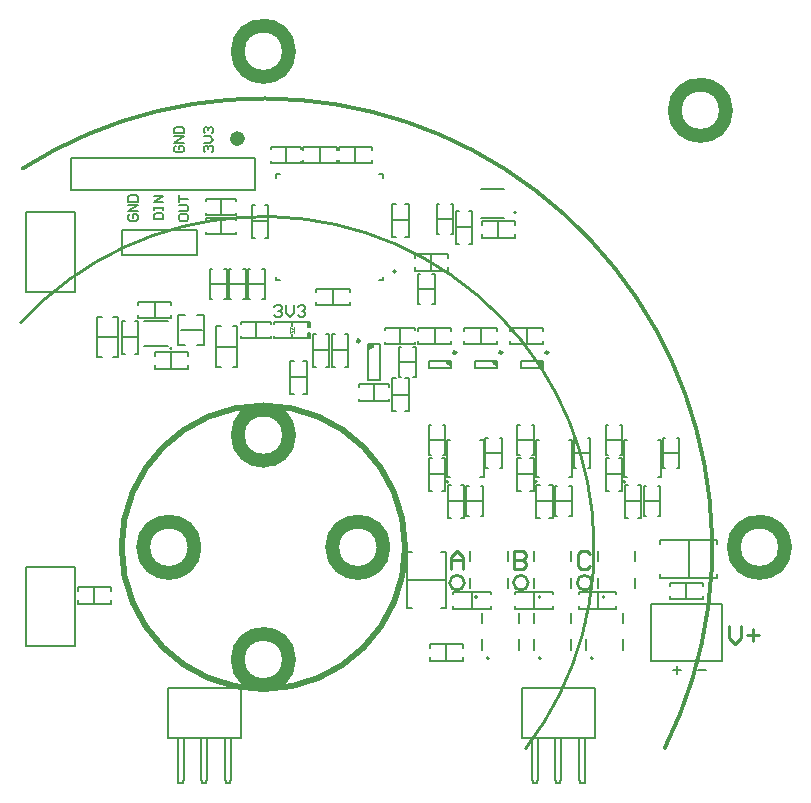
<source format=gto>
G04*
G04 #@! TF.GenerationSoftware,Altium Limited,Altium Designer,24.4.1 (13)*
G04*
G04 Layer_Color=65535*
%FSLAX44Y44*%
%MOMM*%
G71*
G04*
G04 #@! TF.SameCoordinates,1D3D786A-4C35-496E-9A10-02EDD5D57B8C*
G04*
G04*
G04 #@! TF.FilePolarity,Positive*
G04*
G01*
G75*
%ADD10C,0.2500*%
%ADD11C,0.7120*%
%ADD12C,0.2540*%
%ADD13C,0.3000*%
%ADD14C,0.2000*%
%ADD15C,1.1500*%
%ADD16C,0.5000*%
%ADD17C,0.1500*%
%ADD18C,0.1270*%
%ADD19C,0.1000*%
%ADD20C,0.1530*%
%ADD21C,0.1600*%
G36*
X88875Y172500D02*
X93875D01*
Y171000D01*
X90875Y168000D01*
X88875D01*
Y172500D01*
D02*
G37*
G36*
X159000Y158000D02*
X155000D01*
Y157204D01*
X155609Y155734D01*
X156734Y154609D01*
X158204Y154000D01*
X159000D01*
D01*
X159000Y158000D01*
D02*
G37*
G36*
X198000D02*
X194000D01*
Y157204D01*
X194609Y155734D01*
X195734Y154609D01*
X197204Y154000D01*
X198000D01*
D01*
X198000Y158000D01*
D02*
G37*
G36*
X237000D02*
X233000D01*
Y157204D01*
X233609Y155734D01*
X234734Y154609D01*
X236204Y154000D01*
X237000D01*
D01*
X237000Y158000D01*
D02*
G37*
D10*
X-78315Y168495D02*
G03*
X-78315Y168495I-100J0D01*
G01*
X81625Y174750D02*
G03*
X81625Y174750I-1250J0D01*
G01*
X241250Y165000D02*
G03*
X241250Y165000I-1250J0D01*
G01*
X202250D02*
G03*
X202250Y165000I-1250J0D01*
G01*
X163250D02*
G03*
X163250Y165000I-1250J0D01*
G01*
D11*
X-19000Y346000D02*
G03*
X-19000Y346000I-3000J0D01*
G01*
D12*
X222082Y-170527D02*
G03*
X-205324Y190373I-222082J170527D01*
G01*
X170238Y-30000D02*
G03*
X170238Y-30000I-6238J0D01*
G01*
X278238D02*
G03*
X278238Y-30000I-6238J0D01*
G01*
X224238D02*
G03*
X224238Y-30000I-6238J0D01*
G01*
X394540Y-66225D02*
Y-76382D01*
X399618Y-81460D01*
X404697Y-76382D01*
Y-66225D01*
X409775Y-73843D02*
X419932D01*
X414853Y-68764D02*
Y-78921D01*
X212540Y-3225D02*
Y-18460D01*
X220158D01*
X222697Y-15921D01*
Y-13382D01*
X220158Y-10842D01*
X212540D01*
X220158D01*
X222697Y-8303D01*
Y-5764D01*
X220158Y-3225D01*
X212540D01*
X276697Y-5764D02*
X274158Y-3225D01*
X269079D01*
X266540Y-5764D01*
Y-15921D01*
X269079Y-18460D01*
X274158D01*
X276697Y-15921D01*
X158540Y-18460D02*
Y-8303D01*
X163618Y-3225D01*
X168697Y-8303D01*
Y-18460D01*
Y-10842D01*
X158540D01*
D13*
X339882Y-169941D02*
G03*
X-203819Y320715I-339882J169941D01*
G01*
D14*
X89375Y168000D02*
G03*
X93875Y172500I0J4500D01*
G01*
X156700Y55500D02*
G03*
X156700Y55500I-1000J0D01*
G01*
X306700D02*
G03*
X306700Y55500I-1000J0D01*
G01*
X231700D02*
G03*
X231700Y55500I-1000J0D01*
G01*
X233000Y158000D02*
G03*
X236602Y154020I4000J0D01*
G01*
X279000Y-94000D02*
G03*
X279000Y-94000I-1000J0D01*
G01*
X235000Y-94000D02*
G03*
X235000Y-94000I-1000J0D01*
G01*
X191000Y-94000D02*
G03*
X191000Y-94000I-1000J0D01*
G01*
X289000Y-42000D02*
G03*
X289000Y-42000I-1000J0D01*
G01*
X235000Y-42000D02*
G03*
X235000Y-42000I-1000J0D01*
G01*
X181000Y-42000D02*
G03*
X181000Y-42000I-1000J0D01*
G01*
X214250Y283500D02*
G03*
X214250Y283500I-1000J0D01*
G01*
X111950Y233500D02*
G03*
X111950Y233500I-1000J0D01*
G01*
D02*
G03*
X111950Y233500I-1000J0D01*
G01*
X194000Y158000D02*
G03*
X197602Y154020I4000J0D01*
G01*
X155000Y158000D02*
G03*
X158602Y154020I4000J0D01*
G01*
X-120000Y268750D02*
X-56000D01*
Y247250D02*
Y268750D01*
X-120000Y247250D02*
X-56000D01*
X-120000D02*
Y268750D01*
X-101115Y170695D02*
X-81115D01*
X-101115Y191695D02*
X-81115D01*
X328000Y-96000D02*
X388000D01*
X328000D02*
Y-48000D01*
X388000D01*
Y-96000D02*
Y-48000D01*
X-162700Y302550D02*
Y329450D01*
Y302550D02*
X-7300D01*
Y329450D01*
X-162700D02*
X-7300D01*
X88875Y168000D02*
X89375D01*
X88875Y172500D02*
X98875D01*
X88875Y141500D02*
X98875D01*
X88875D02*
Y172500D01*
X98875Y141500D02*
Y172500D01*
X218000Y152000D02*
X236602D01*
X218000Y158000D02*
X236602D01*
X218000Y152000D02*
Y158000D01*
X236602Y152000D02*
Y158000D01*
X-201250Y-83500D02*
X-159750D01*
Y-16500D01*
X-201250D02*
X-159750D01*
X-201250Y-83500D02*
Y-16500D01*
Y216500D02*
X-159750D01*
Y283500D01*
X-201250D02*
X-159750D01*
X-201250Y216500D02*
Y283500D01*
X219000Y-161300D02*
Y-119300D01*
Y-161300D02*
X281000D01*
Y-119300D01*
X219000D02*
X281000D01*
X232505Y-195318D02*
Y-161318D01*
X247000Y-195300D02*
Y-161300D01*
X252000Y-195300D02*
Y-161300D01*
X267656Y-195373D02*
Y-161373D01*
X272656Y-195373D02*
Y-161373D01*
X272001Y-199300D02*
X272656Y-195373D01*
X268310Y-199300D02*
X272001D01*
X267656Y-195373D02*
X268310Y-199300D01*
X231841D02*
X232505Y-195318D01*
X228169Y-199300D02*
X231841D01*
X227505Y-195318D02*
Y-161318D01*
Y-195318D02*
X228169Y-199300D01*
X251333D02*
X252000Y-195300D01*
X247000Y-195300D02*
X247667Y-199300D01*
X251333D01*
X-81000Y-161300D02*
Y-119300D01*
Y-161300D02*
X-19000D01*
Y-119300D01*
X-81000D02*
X-19000D01*
X-67495Y-195318D02*
Y-161318D01*
X-53000Y-195300D02*
Y-161300D01*
X-48000Y-195300D02*
Y-161300D01*
X-32344Y-195373D02*
Y-161373D01*
X-27344Y-195373D02*
Y-161373D01*
X-27999Y-199300D02*
X-27344Y-195373D01*
X-31690Y-199300D02*
X-27999D01*
X-32344Y-195373D02*
X-31690Y-199300D01*
X-68159D02*
X-67495Y-195318D01*
X-71831Y-199300D02*
X-68159D01*
X-72495Y-195318D02*
Y-161318D01*
Y-195318D02*
X-71831Y-199300D01*
X-48667D02*
X-48000Y-195300D01*
X-53000Y-195300D02*
X-52333Y-199300D01*
X-48667D01*
X197602Y152000D02*
Y158000D01*
X179000Y152000D02*
Y158000D01*
X197602D01*
X179000Y152000D02*
X197602D01*
X158602D02*
Y158000D01*
X140000Y152000D02*
Y158000D01*
X158602D01*
X140000Y152000D02*
X158602D01*
X9000Y203331D02*
X10666Y204997D01*
X13998D01*
X15664Y203331D01*
Y201665D01*
X13998Y199998D01*
X12332D01*
X13998D01*
X15664Y198332D01*
Y196666D01*
X13998Y195000D01*
X10666D01*
X9000Y196666D01*
X18997Y204997D02*
Y198332D01*
X22329Y195000D01*
X25661Y198332D01*
Y204997D01*
X28994Y203331D02*
X30660Y204997D01*
X33992D01*
X35658Y203331D01*
Y201665D01*
X33992Y199998D01*
X32326D01*
X33992D01*
X35658Y198332D01*
Y196666D01*
X33992Y195000D01*
X30660D01*
X28994Y196666D01*
D15*
X21750Y420000D02*
G03*
X21750Y420000I-21750J0D01*
G01*
X391750Y370000D02*
G03*
X391750Y370000I-21750J0D01*
G01*
X441750Y-0D02*
G03*
X441750Y-0I-21750J0D01*
G01*
X21750Y-95000D02*
G03*
X21750Y-95000I-21750J0D01*
G01*
X101750Y-0D02*
G03*
X101750Y-0I-21750J0D01*
G01*
X-58250D02*
G03*
X-58250Y-0I-21750J0D01*
G01*
X21750Y95000D02*
G03*
X21750Y95000I-21750J0D01*
G01*
D16*
X120000Y-0D02*
G03*
X120000Y-0I-120000J0D01*
G01*
D17*
X-40000Y170000D02*
X-22000D01*
X-40000Y187000D02*
X-36000D01*
X-40000Y153000D02*
Y187000D01*
Y153000D02*
X-36000D01*
X-26000D02*
X-22000D01*
Y187000D01*
X-26000D02*
X-22000D01*
X-106000Y194000D02*
Y197000D01*
Y194000D02*
X-78000D01*
Y197000D01*
Y205000D02*
Y208000D01*
X-106000D02*
X-78000D01*
X-106000Y205000D02*
Y208000D01*
X-92000Y194000D02*
Y208000D01*
X-141000Y178000D02*
X-123000D01*
X-141000Y195000D02*
X-137000D01*
X-141000Y161000D02*
Y195000D01*
Y161000D02*
X-137000D01*
X-127000D02*
X-123000D01*
Y195000D01*
X-127000D02*
X-123000D01*
X383750Y-26250D02*
Y-22500D01*
X336250Y-26250D02*
X383750D01*
X336250D02*
Y-22500D01*
Y2500D02*
Y6250D01*
X383750D01*
Y2500D02*
Y6250D01*
X360000Y-26250D02*
Y6250D01*
X121750Y-51750D02*
X125500D01*
X121750D02*
Y-4250D01*
X125500D01*
X150500D02*
X154250D01*
Y-51750D02*
Y-4250D01*
X150500Y-51750D02*
X154250D01*
X121750Y-28000D02*
X154250D01*
X-32920Y210300D02*
X-31000Y210300D01*
Y235700D01*
X-32920D02*
X-31000D01*
X-45000D02*
X-43080Y235700D01*
X-45000Y235700D02*
X-45000Y210300D01*
X-43080D01*
X-45000Y223000D02*
X-31000D01*
X-920Y210300D02*
X1000D01*
Y235700D01*
X-920Y235700D02*
X1000Y235700D01*
X-13000Y235700D02*
X-11080D01*
X-13000Y210300D02*
Y235700D01*
Y210300D02*
X-11080D01*
X-13000Y223000D02*
X1000D01*
X103300Y172000D02*
Y173920D01*
Y172000D02*
X128700D01*
Y173920D01*
Y184080D02*
Y186000D01*
X103300D02*
X128700D01*
X103300Y184080D02*
Y186000D01*
X116000Y172000D02*
Y186000D01*
X167000Y25000D02*
X170000D01*
Y53000D01*
X167000D02*
X170000D01*
X156000D02*
X159000D01*
X156000Y25000D02*
Y53000D01*
Y25000D02*
X159000D01*
X156000Y39000D02*
X170000D01*
X140000Y103700D02*
X141920D01*
X140000Y78300D02*
Y103700D01*
Y78300D02*
X141920D01*
X152080D02*
X154000D01*
Y103700D01*
X152080D02*
X154000D01*
X140000Y91000D02*
X154000D01*
X172000Y51700D02*
X173920D01*
X172000Y26300D02*
Y51700D01*
Y26300D02*
X173920D01*
X184080D02*
X186000D01*
Y51700D01*
X184080D02*
X186000D01*
X172000Y39000D02*
X186000D01*
X188000Y92700D02*
X189920D01*
X188000Y67300D02*
Y92700D01*
Y67300D02*
X189920D01*
X200080D02*
X202000D01*
Y92700D01*
X200080D02*
X202000D01*
X188000Y80000D02*
X202000D01*
X140000Y76000D02*
X143000D01*
X140000Y48000D02*
Y76000D01*
Y48000D02*
X143000D01*
X151000D02*
X154000D01*
Y76000D01*
X151000D02*
X154000D01*
X140000Y62000D02*
X154000D01*
X290000Y76000D02*
X293000D01*
X290000Y48000D02*
Y76000D01*
Y48000D02*
X293000D01*
X301000D02*
X304000D01*
Y76000D01*
X301000D02*
X304000D01*
X290000Y62000D02*
X304000D01*
X316999Y25000D02*
X320000D01*
Y53000D01*
X316999D02*
X320000D01*
X306000D02*
X309000D01*
X306000Y25000D02*
Y53000D01*
Y25000D02*
X309000D01*
X306000Y39000D02*
X320000D01*
X338000Y92700D02*
X339920D01*
X338000Y67300D02*
Y92700D01*
Y67300D02*
X339920D01*
X350080D02*
X352000D01*
Y92700D01*
X350080D02*
X352000D01*
X338000Y80000D02*
X352000D01*
X322000Y51700D02*
X323920D01*
X322000Y26300D02*
Y51700D01*
Y26300D02*
X323920D01*
X334080D02*
X336000D01*
Y51700D01*
X334080D02*
X336000D01*
X322000Y39000D02*
X336000D01*
X290000Y103700D02*
X291920D01*
X290000Y78300D02*
Y103700D01*
Y78300D02*
X291920D01*
X302080D02*
X304000D01*
Y103700D01*
X302080D02*
X304000D01*
X290000Y91000D02*
X304000D01*
X215000Y103700D02*
X216920D01*
X215000Y78300D02*
Y103700D01*
Y78300D02*
X216920D01*
X227080D02*
X229000D01*
Y103700D01*
X227080D02*
X229000D01*
X215000Y91000D02*
X229000D01*
X247000Y51700D02*
X248920D01*
X247000Y26300D02*
Y51700D01*
Y26300D02*
X248920D01*
X259080D02*
X261000D01*
Y51700D01*
X259080D02*
X261000D01*
X247000Y39000D02*
X261000D01*
X242000Y25000D02*
X245000D01*
Y53000D01*
X242000D02*
X245000D01*
X231000D02*
X234000D01*
X231000Y25000D02*
Y53000D01*
Y25000D02*
X234000D01*
X231000Y39000D02*
X245000D01*
X6300Y325000D02*
Y326920D01*
Y325000D02*
X31700D01*
Y326920D01*
Y337080D02*
Y339000D01*
X6300D02*
X31700D01*
X6300Y337080D02*
Y339000D01*
X19000Y325000D02*
Y339000D01*
X59000Y205000D02*
Y219000D01*
X73000Y205000D02*
Y208000D01*
X45000Y205000D02*
X73000D01*
X45000D02*
Y208000D01*
Y216000D02*
Y219000D01*
X73000D01*
Y216000D02*
Y219000D01*
X213000Y273000D02*
Y276000D01*
X185000D02*
X213000D01*
X185000Y273000D02*
Y276000D01*
Y262000D02*
Y265000D01*
Y262000D02*
X213000D01*
Y265000D01*
X199000Y262000D02*
Y276000D01*
X174000Y257000D02*
X177000D01*
Y285000D01*
X174000D02*
X177000D01*
X163000D02*
X166000D01*
X163000Y257000D02*
Y285000D01*
Y257000D02*
X166000D01*
X163000Y271000D02*
X177000D01*
X147000Y290700D02*
X148920D01*
X147000Y265300D02*
Y290700D01*
Y265300D02*
X148920D01*
X159080D02*
X161000D01*
Y290700D01*
X159080D02*
X161000D01*
X147000Y278000D02*
X161000D01*
X-10000Y276000D02*
X4000D01*
X1000Y290000D02*
X4000D01*
Y262000D02*
Y290000D01*
X1000Y262000D02*
X4000D01*
X-10000D02*
X-7000D01*
X-10000D02*
Y290000D01*
X-7000D01*
X344000Y-44000D02*
Y-41000D01*
Y-44000D02*
X372000D01*
Y-41000D01*
Y-33000D02*
Y-30000D01*
X344000D02*
X372000D01*
X344000Y-33000D02*
Y-30000D01*
X358000Y-44000D02*
Y-30000D01*
X-120000Y192000D02*
X-117000D01*
X-120000Y164000D02*
Y192000D01*
Y164000D02*
X-117000D01*
X-109000D02*
X-106000D01*
Y192000D01*
X-109000D02*
X-106000D01*
X-120000Y178000D02*
X-106000D01*
X-143000Y-48000D02*
Y-34000D01*
X-129000Y-48000D02*
Y-45000D01*
X-157000Y-48000D02*
X-129000D01*
X-157000D02*
Y-45000D01*
Y-37000D02*
Y-34000D01*
X-129000D01*
Y-37000D02*
Y-34000D01*
X177000Y-52000D02*
Y-38000D01*
X193000Y-52000D02*
Y-50080D01*
X161000Y-52000D02*
X193000D01*
X161000D02*
Y-50080D01*
Y-39920D02*
Y-38000D01*
X193000D01*
Y-39920D02*
Y-38000D01*
X215000Y62000D02*
X229000D01*
X226000Y76000D02*
X229000D01*
Y48000D02*
Y76000D01*
X226000Y48000D02*
X229000D01*
X215000D02*
X218000D01*
X215000D02*
Y76000D01*
X218000D01*
X263000Y80000D02*
X277000D01*
X275080Y92700D02*
X277000D01*
Y67300D02*
Y92700D01*
X275080Y67300D02*
X277000D01*
X263000D02*
X264920D01*
X263000D02*
Y92700D01*
X264920D01*
X141000Y-93000D02*
X141000Y-96000D01*
X169000Y-96000D01*
X169000Y-93000D01*
Y-85000D02*
Y-82000D01*
X141000D02*
X169000D01*
X141000Y-85000D02*
Y-82000D01*
X155000Y-96000D02*
X155000Y-82000D01*
X283000Y-52000D02*
Y-38000D01*
X299000Y-52000D02*
Y-50080D01*
X267000Y-52000D02*
X299000D01*
X267000D02*
Y-50080D01*
Y-39920D02*
Y-38000D01*
X299000D01*
Y-39920D02*
Y-38000D01*
X245000Y-39920D02*
Y-38000D01*
X213000D02*
X245000D01*
X213000Y-39920D02*
Y-38000D01*
Y-52000D02*
Y-50080D01*
Y-52000D02*
X245000D01*
Y-50080D01*
X229000Y-52000D02*
Y-38000D01*
X-48700Y281000D02*
Y282920D01*
Y281000D02*
X-23300D01*
Y282920D01*
Y293080D02*
Y295000D01*
X-48700D02*
X-23300D01*
X-48700Y293080D02*
Y295000D01*
X-36000Y281000D02*
Y295000D01*
X-48700Y265000D02*
Y266920D01*
Y265000D02*
X-23300D01*
Y266920D01*
Y277080D02*
Y279000D01*
X-48700D02*
X-23300D01*
X-48700Y277080D02*
Y279000D01*
X-36000Y265000D02*
Y279000D01*
X131000Y231700D02*
X132920D01*
X131000Y206300D02*
Y231700D01*
Y206300D02*
X132920D01*
X143080D02*
X145000D01*
Y231700D01*
X143080D02*
X145000D01*
X131000Y219000D02*
X145000D01*
X128000Y234000D02*
Y237000D01*
Y234000D02*
X156000D01*
Y237000D01*
Y245000D02*
Y248000D01*
X128000D02*
X156000D01*
X128000Y245000D02*
Y248000D01*
X142000Y234000D02*
Y248000D01*
X-29000Y223000D02*
X-15000D01*
X-16920Y235700D02*
X-15000D01*
Y210300D02*
Y235700D01*
X-16920Y210300D02*
X-15000D01*
X-29000D02*
X-27080D01*
X-29000D02*
Y235700D01*
X-27080D01*
X23000Y144000D02*
X37000D01*
X23000Y130000D02*
X26000D01*
X23000D02*
Y158000D01*
X26000D01*
X34000D02*
X37000D01*
Y130000D02*
Y158000D01*
X34000Y130000D02*
X37000D01*
X-6000Y177000D02*
Y191000D01*
X-18700Y189080D02*
Y191000D01*
X6700D01*
Y189080D02*
Y191000D01*
Y177000D02*
Y178920D01*
X-18700Y177000D02*
X6700D01*
X-18700D02*
Y178920D01*
X8760Y177000D02*
Y178920D01*
Y177000D02*
X39000D01*
X37970D02*
Y181460D01*
Y186540D02*
Y191000D01*
X8760D02*
X39000D01*
X8760Y189080D02*
Y191000D01*
X37970Y177000D02*
X39240D01*
Y181460D01*
X37970D02*
X39240D01*
X37970Y191000D02*
X39240D01*
Y186540D02*
Y191000D01*
X37970Y186540D02*
X39240D01*
X24000Y177000D02*
Y180500D01*
Y187500D02*
Y191000D01*
X34000Y325000D02*
Y328000D01*
Y325000D02*
X62000D01*
Y328000D01*
Y336000D02*
Y339000D01*
X34000D02*
X62000D01*
X34000Y336000D02*
Y339000D01*
X48000Y325000D02*
Y339000D01*
X109000Y291000D02*
X112000D01*
X109000Y263000D02*
Y291000D01*
Y263000D02*
X112000D01*
X120000D02*
X123000D01*
Y291000D01*
X120000D02*
X123000D01*
X109000Y277000D02*
X123000D01*
X92000Y336000D02*
Y339000D01*
X64000D02*
X92000D01*
X64000Y336000D02*
Y339000D01*
Y325000D02*
Y328000D01*
Y325000D02*
X92000D01*
Y328000D01*
X78000Y325000D02*
Y339000D01*
X127080Y144300D02*
X129000D01*
Y169700D01*
X127080D02*
X129000D01*
X115000D02*
X116920D01*
X115000Y144300D02*
Y169700D01*
Y144300D02*
X116920D01*
X115000Y157000D02*
X129000D01*
X58000Y181000D02*
X61000D01*
X58000Y153000D02*
Y181000D01*
Y153000D02*
X61000D01*
X69000D02*
X72000D01*
Y181000D01*
X69000D02*
X72000D01*
X58000Y167000D02*
X72000D01*
X53000Y153000D02*
X56000D01*
Y181000D01*
X53000D02*
X56000D01*
X42000D02*
X45000D01*
X42000Y153000D02*
Y181000D01*
Y153000D02*
X45000D01*
X42000Y167000D02*
X56000D01*
X120000Y115000D02*
X123000D01*
Y143000D01*
X120000D02*
X123000D01*
X109000D02*
X112000D01*
X109000Y115000D02*
Y143000D01*
Y115000D02*
X112000D01*
X109000Y129000D02*
X123000D01*
X80675Y124000D02*
Y125920D01*
Y124000D02*
X106075D01*
Y125920D01*
Y136080D02*
Y138000D01*
X80675D02*
X106075D01*
X80675Y136080D02*
Y138000D01*
X93375Y124000D02*
Y138000D01*
X237000Y183000D02*
Y186000D01*
X209000D02*
X237000D01*
X209000Y183000D02*
Y186000D01*
Y172000D02*
Y175000D01*
Y172000D02*
X237000D01*
Y175000D01*
X223000Y172000D02*
Y186000D01*
X198000Y183000D02*
Y186000D01*
X170000D02*
X198000D01*
X170000Y183000D02*
Y186000D01*
Y172000D02*
Y175000D01*
Y172000D02*
X198000D01*
Y175000D01*
X184000Y172000D02*
Y186000D01*
X159000Y183000D02*
Y186000D01*
X131000D02*
X159000D01*
X131000Y183000D02*
Y186000D01*
Y172000D02*
Y175000D01*
Y172000D02*
X159000D01*
Y175000D01*
X145000Y172000D02*
Y186000D01*
X-92000Y151000D02*
Y154000D01*
Y151000D02*
X-64000D01*
Y154000D01*
Y162000D02*
Y165000D01*
X-92000D02*
X-64000D01*
X-92000Y162000D02*
Y165000D01*
X-78000Y151000D02*
Y165000D01*
X-70000Y184000D02*
X-52000D01*
X-72000Y197000D02*
X-66000D01*
X-72000Y171000D02*
Y197000D01*
Y171000D02*
X-66000D01*
X-56000D02*
X-50000D01*
Y197000D01*
X-56000D02*
X-50000D01*
D18*
X186500Y59500D02*
Y90500D01*
X155500Y59500D02*
Y90500D01*
X183800Y59500D02*
X186500D01*
X183800Y90500D02*
X186500D01*
X155500Y59500D02*
X158200D01*
X155500Y90500D02*
X158200D01*
X336500Y59500D02*
Y90500D01*
X305500Y59500D02*
Y90500D01*
X333800Y59500D02*
X336500D01*
X333800Y90500D02*
X336500D01*
X305500Y59500D02*
X308200D01*
X305500Y90500D02*
X308200D01*
X261500Y59500D02*
Y90500D01*
X230500Y59500D02*
Y90500D01*
X258800Y59500D02*
X261500D01*
X258800Y90500D02*
X261500D01*
X230500Y59500D02*
X233200D01*
X230500Y90500D02*
X233200D01*
X304750Y-86750D02*
Y-78000D01*
Y-64000D02*
Y-55250D01*
X273250Y-64000D02*
Y-55250D01*
Y-86750D02*
Y-78000D01*
X260750Y-86750D02*
Y-78000D01*
Y-64000D02*
Y-55250D01*
X229250Y-64000D02*
Y-55250D01*
Y-86750D02*
Y-78000D01*
X216750Y-86750D02*
Y-78000D01*
Y-64000D02*
Y-55250D01*
X185250Y-64000D02*
Y-55250D01*
Y-86750D02*
Y-78000D01*
X314750Y-34750D02*
Y-26000D01*
Y-12000D02*
Y-3250D01*
X283250Y-12000D02*
Y-3250D01*
Y-34750D02*
Y-26000D01*
X260750Y-34750D02*
Y-26000D01*
Y-12000D02*
Y-3250D01*
X229250Y-12000D02*
Y-3250D01*
Y-34750D02*
Y-26000D01*
X206750Y-34750D02*
Y-26000D01*
Y-12000D02*
Y-3250D01*
X175250Y-12000D02*
Y-3250D01*
Y-34750D02*
Y-26000D01*
X184000Y303100D02*
X204000D01*
X184000Y278900D02*
X204000D01*
X101000Y226000D02*
Y229000D01*
Y313000D02*
Y316000D01*
X11000Y226000D02*
Y229000D01*
Y313000D02*
Y316000D01*
X98000Y226000D02*
X101000D01*
X98000Y316000D02*
X101000D01*
X11000Y226000D02*
X14000D01*
X11000Y316000D02*
X14000D01*
D19*
X22250Y186500D02*
X25750Y184000D01*
X22250D02*
Y186500D01*
X25750Y184000D02*
Y186250D01*
Y181750D02*
Y184000D01*
X22250Y181500D02*
Y184000D01*
Y181500D02*
X25750Y184000D01*
D20*
X-74194Y339862D02*
X-75527Y338529D01*
Y335863D01*
X-74194Y334530D01*
X-68863D01*
X-67530Y335863D01*
Y338529D01*
X-68863Y339862D01*
X-71529D01*
Y337196D01*
X-67530Y342527D02*
X-75527D01*
X-67530Y347859D01*
X-75527D01*
Y350525D02*
X-67530D01*
Y354524D01*
X-68863Y355857D01*
X-74194D01*
X-75527Y354524D01*
Y350525D01*
X-49194Y334530D02*
X-50527Y335863D01*
Y338529D01*
X-49194Y339862D01*
X-47862D01*
X-46529Y338529D01*
Y337196D01*
Y338529D01*
X-45196Y339862D01*
X-43863D01*
X-42530Y338529D01*
Y335863D01*
X-43863Y334530D01*
X-50527Y342527D02*
X-45196D01*
X-42530Y345193D01*
X-45196Y347859D01*
X-50527D01*
X-49194Y350525D02*
X-50527Y351858D01*
Y354524D01*
X-49194Y355857D01*
X-47862D01*
X-46529Y354524D01*
Y353191D01*
Y354524D01*
X-45196Y355857D01*
X-43863D01*
X-42530Y354524D01*
Y351858D01*
X-43863Y350525D01*
X-92528Y277530D02*
X-84530D01*
Y281529D01*
X-85863Y282862D01*
X-91195D01*
X-92528Y281529D01*
Y277530D01*
Y285527D02*
Y288193D01*
Y286860D01*
X-84530D01*
Y285527D01*
Y288193D01*
Y292192D02*
X-92528D01*
X-84530Y297524D01*
X-92528D01*
X-71527Y280529D02*
Y277863D01*
X-70195Y276530D01*
X-64863D01*
X-63530Y277863D01*
Y280529D01*
X-64863Y281862D01*
X-70195D01*
X-71527Y280529D01*
Y284527D02*
X-64863D01*
X-63530Y285860D01*
Y288526D01*
X-64863Y289859D01*
X-71527D01*
Y292525D02*
Y297857D01*
Y295191D01*
X-63530D01*
X-113195Y281862D02*
X-114527Y280529D01*
Y277863D01*
X-113195Y276530D01*
X-107863D01*
X-106530Y277863D01*
Y280529D01*
X-107863Y281862D01*
X-110529D01*
Y279196D01*
X-106530Y284527D02*
X-114527D01*
X-106530Y289859D01*
X-114527D01*
Y292525D02*
X-106530D01*
Y296524D01*
X-107863Y297857D01*
X-113195D01*
X-114527Y296524D01*
Y292525D01*
D21*
X347000Y-104002D02*
X353665D01*
X350332Y-100669D02*
Y-107334D01*
X368000Y-103666D02*
X374664D01*
M02*

</source>
